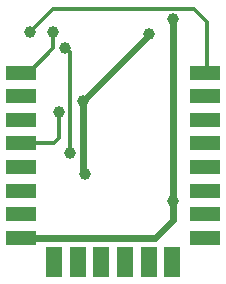
<source format=gbl>
G04 Layer_Physical_Order=2*
G04 Layer_Color=16711680*
%FSLAX25Y25*%
%MOIN*%
G70*
G01*
G75*
%ADD23C,0.02362*%
%ADD24C,0.01181*%
%ADD25C,0.03937*%
%ADD26R,0.10236X0.04724*%
%ADD27R,0.05500X0.10000*%
D23*
X565650Y253937D02*
Y260236D01*
X535700Y270400D02*
Y293600D01*
X557800Y315700D01*
X565650Y260236D02*
Y321063D01*
X514976Y247932D02*
X559644D01*
X565650Y253937D01*
D24*
X535500Y270200D02*
X535700Y270400D01*
X572638Y324311D02*
X577146Y319803D01*
X525689Y324311D02*
X572638D01*
X517913Y316535D02*
X525689Y324311D01*
X514076Y247932D02*
X514976D01*
X515076Y279432D02*
X525982D01*
X514269D02*
X515076D01*
X527854Y290059D02*
X527854Y290059D01*
Y281304D02*
Y290059D01*
X525982Y279432D02*
X527854Y281304D01*
X514124Y263632D02*
X514976D01*
X514343Y287231D02*
X515076D01*
X514217Y295232D02*
X515076D01*
X514295Y271532D02*
X515076D01*
X514099Y255832D02*
X514976D01*
X576476Y287332D02*
X576898D01*
X576476Y279532D02*
X577161D01*
X576476Y303031D02*
X577146D01*
X535500Y270200D02*
X536500Y269200D01*
X557800Y315700D02*
Y315800D01*
X529724Y311319D02*
X530105Y311700D01*
X531299Y276083D02*
Y309744D01*
X529724Y311319D02*
X531299Y309744D01*
X515076Y303031D02*
X517598D01*
X525787Y311221D01*
Y316634D01*
X577146Y303031D02*
Y319803D01*
D25*
X565650Y260236D02*
D03*
X517913Y316535D02*
D03*
X527854Y290059D02*
D03*
X531299Y276083D02*
D03*
X514124Y263632D02*
D03*
X514343Y287231D02*
D03*
X514269Y279432D02*
D03*
X525787Y316634D02*
D03*
X514217Y295232D02*
D03*
X514295Y271532D02*
D03*
X577165Y247933D02*
D03*
X514076Y247932D02*
D03*
X514099Y255832D02*
D03*
X576898Y287332D02*
D03*
X577161Y279532D02*
D03*
X577146Y303031D02*
D03*
X536500Y269200D02*
D03*
X535700Y293600D02*
D03*
X557800Y315800D02*
D03*
X529724Y311319D02*
D03*
X565650Y321063D02*
D03*
D26*
X576476Y255931D02*
D03*
X514976Y247932D02*
D03*
X576476Y303031D02*
D03*
Y295232D02*
D03*
Y287332D02*
D03*
Y279532D02*
D03*
Y271532D02*
D03*
Y263732D02*
D03*
Y248031D02*
D03*
X514976Y255832D02*
D03*
Y263632D02*
D03*
X515076Y271532D02*
D03*
Y279432D02*
D03*
Y287231D02*
D03*
Y295232D02*
D03*
Y303031D02*
D03*
D27*
X565476Y239831D02*
D03*
X557676D02*
D03*
X549876D02*
D03*
X541876D02*
D03*
X534076D02*
D03*
X526076D02*
D03*
M02*

</source>
